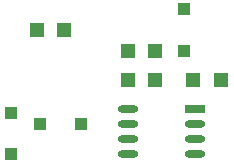
<source format=gbp>
G04*
G04 #@! TF.GenerationSoftware,Altium Limited,Altium Designer,19.0.5 (141)*
G04*
G04 Layer_Color=128*
%FSLAX25Y25*%
%MOIN*%
G70*
G01*
G75*
%ADD39R,0.03937X0.03937*%
%ADD40R,0.03937X0.03937*%
%ADD41R,0.06890X0.02559*%
%ADD42O,0.06890X0.02559*%
%ADD43R,0.05118X0.05118*%
D39*
X153937Y95394D02*
D03*
Y81614D02*
D03*
X211417Y116142D02*
D03*
Y129921D02*
D03*
D40*
X177165Y91614D02*
D03*
X163386D02*
D03*
D41*
X214961Y96614D02*
D03*
D42*
Y91614D02*
D03*
Y86614D02*
D03*
Y81614D02*
D03*
X192913Y96614D02*
D03*
Y91614D02*
D03*
Y86614D02*
D03*
Y81614D02*
D03*
D43*
X192717Y116142D02*
D03*
X201772D02*
D03*
X171457Y123031D02*
D03*
X162402D02*
D03*
X214567Y106299D02*
D03*
X223622D02*
D03*
X201772D02*
D03*
X192717D02*
D03*
M02*

</source>
